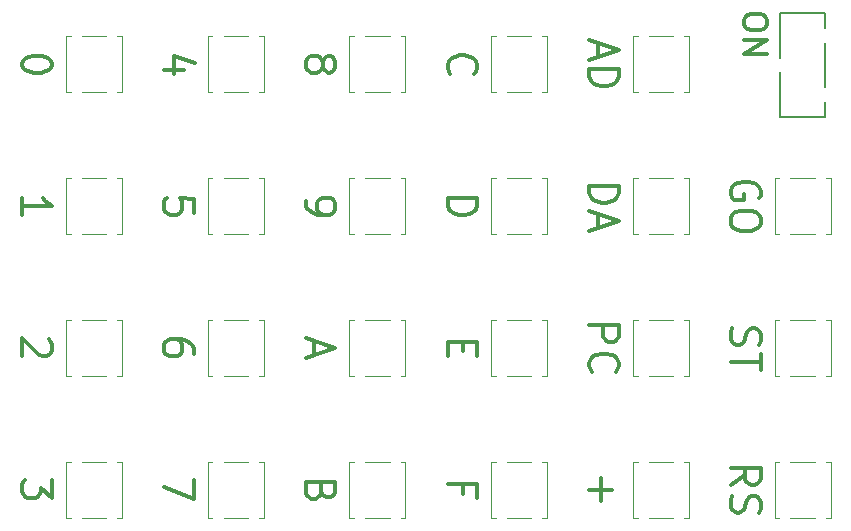
<source format=gto>
%TF.GenerationSoftware,KiCad,Pcbnew,7.0.2*%
%TF.CreationDate,2023-06-05T19:47:35+02:00*%
%TF.ProjectId,kim-1-keypad,6b696d2d-312d-46b6-9579-7061642e6b69,rev?*%
%TF.SameCoordinates,Original*%
%TF.FileFunction,Legend,Top*%
%TF.FilePolarity,Positive*%
%FSLAX46Y46*%
G04 Gerber Fmt 4.6, Leading zero omitted, Abs format (unit mm)*
G04 Created by KiCad (PCBNEW 7.0.2) date 2023-06-05 19:47:35*
%MOMM*%
%LPD*%
G01*
G04 APERTURE LIST*
G04 Aperture macros list*
%AMRoundRect*
0 Rectangle with rounded corners*
0 $1 Rounding radius*
0 $2 $3 $4 $5 $6 $7 $8 $9 X,Y pos of 4 corners*
0 Add a 4 corners polygon primitive as box body*
4,1,4,$2,$3,$4,$5,$6,$7,$8,$9,$2,$3,0*
0 Add four circle primitives for the rounded corners*
1,1,$1+$1,$2,$3*
1,1,$1+$1,$4,$5*
1,1,$1+$1,$6,$7*
1,1,$1+$1,$8,$9*
0 Add four rect primitives between the rounded corners*
20,1,$1+$1,$2,$3,$4,$5,0*
20,1,$1+$1,$4,$5,$6,$7,0*
20,1,$1+$1,$6,$7,$8,$9,0*
20,1,$1+$1,$8,$9,$2,$3,0*%
G04 Aperture macros list end*
%ADD10C,0.350000*%
%ADD11C,0.120000*%
%ADD12C,0.127000*%
%ADD13C,1.500000*%
%ADD14C,1.500000*%
%ADD15C,2.500000*%
%ADD16R,1.400000X1.600000*%
%ADD17C,2.000000*%
%ADD18C,1.250000*%
%ADD19C,1.000000*%
%ADD20RoundRect,0.765000X-0.735000X-0.085000X0.735000X-0.085000X0.735000X0.085000X-0.735000X0.085000X0*%
%ADD21R,2.500000X1.000000*%
G04 APERTURE END LIST*
D10*
%TO.C,SW11*%
X119857738Y-103194762D02*
X119857738Y-104385238D01*
X119143452Y-102956667D02*
X121643452Y-103790000D01*
X121643452Y-103790000D02*
X119143452Y-104623333D01*
%TO.C,SW1*%
X97643452Y-79670952D02*
X97643452Y-79909047D01*
X97643452Y-79909047D02*
X97524404Y-80147143D01*
X97524404Y-80147143D02*
X97405357Y-80266190D01*
X97405357Y-80266190D02*
X97167261Y-80385238D01*
X97167261Y-80385238D02*
X96691071Y-80504285D01*
X96691071Y-80504285D02*
X96095833Y-80504285D01*
X96095833Y-80504285D02*
X95619642Y-80385238D01*
X95619642Y-80385238D02*
X95381547Y-80266190D01*
X95381547Y-80266190D02*
X95262500Y-80147143D01*
X95262500Y-80147143D02*
X95143452Y-79909047D01*
X95143452Y-79909047D02*
X95143452Y-79670952D01*
X95143452Y-79670952D02*
X95262500Y-79432857D01*
X95262500Y-79432857D02*
X95381547Y-79313809D01*
X95381547Y-79313809D02*
X95619642Y-79194762D01*
X95619642Y-79194762D02*
X96095833Y-79075714D01*
X96095833Y-79075714D02*
X96691071Y-79075714D01*
X96691071Y-79075714D02*
X97167261Y-79194762D01*
X97167261Y-79194762D02*
X97405357Y-79313809D01*
X97405357Y-79313809D02*
X97524404Y-79432857D01*
X97524404Y-79432857D02*
X97643452Y-79670952D01*
%TO.C,SW14*%
X131143452Y-91135238D02*
X133643452Y-91135238D01*
X133643452Y-91135238D02*
X133643452Y-91730476D01*
X133643452Y-91730476D02*
X133524404Y-92087619D01*
X133524404Y-92087619D02*
X133286309Y-92325714D01*
X133286309Y-92325714D02*
X133048214Y-92444761D01*
X133048214Y-92444761D02*
X132572023Y-92563809D01*
X132572023Y-92563809D02*
X132214880Y-92563809D01*
X132214880Y-92563809D02*
X131738690Y-92444761D01*
X131738690Y-92444761D02*
X131500595Y-92325714D01*
X131500595Y-92325714D02*
X131262500Y-92087619D01*
X131262500Y-92087619D02*
X131143452Y-91730476D01*
X131143452Y-91730476D02*
X131143452Y-91135238D01*
%TO.C,SW8*%
X109643452Y-114956666D02*
X109643452Y-116623333D01*
X109643452Y-116623333D02*
X107143452Y-115551904D01*
%TO.C,SW20*%
X157524404Y-91135237D02*
X157643452Y-90897142D01*
X157643452Y-90897142D02*
X157643452Y-90539999D01*
X157643452Y-90539999D02*
X157524404Y-90182856D01*
X157524404Y-90182856D02*
X157286309Y-89944761D01*
X157286309Y-89944761D02*
X157048214Y-89825714D01*
X157048214Y-89825714D02*
X156572023Y-89706666D01*
X156572023Y-89706666D02*
X156214880Y-89706666D01*
X156214880Y-89706666D02*
X155738690Y-89825714D01*
X155738690Y-89825714D02*
X155500595Y-89944761D01*
X155500595Y-89944761D02*
X155262500Y-90182856D01*
X155262500Y-90182856D02*
X155143452Y-90539999D01*
X155143452Y-90539999D02*
X155143452Y-90778095D01*
X155143452Y-90778095D02*
X155262500Y-91135237D01*
X155262500Y-91135237D02*
X155381547Y-91254285D01*
X155381547Y-91254285D02*
X156214880Y-91254285D01*
X156214880Y-91254285D02*
X156214880Y-90778095D01*
X157643452Y-92801904D02*
X157643452Y-93278095D01*
X157643452Y-93278095D02*
X157524404Y-93516190D01*
X157524404Y-93516190D02*
X157286309Y-93754285D01*
X157286309Y-93754285D02*
X156810119Y-93873333D01*
X156810119Y-93873333D02*
X155976785Y-93873333D01*
X155976785Y-93873333D02*
X155500595Y-93754285D01*
X155500595Y-93754285D02*
X155262500Y-93516190D01*
X155262500Y-93516190D02*
X155143452Y-93278095D01*
X155143452Y-93278095D02*
X155143452Y-92801904D01*
X155143452Y-92801904D02*
X155262500Y-92563809D01*
X155262500Y-92563809D02*
X155500595Y-92325714D01*
X155500595Y-92325714D02*
X155976785Y-92206666D01*
X155976785Y-92206666D02*
X156810119Y-92206666D01*
X156810119Y-92206666D02*
X157286309Y-92325714D01*
X157286309Y-92325714D02*
X157524404Y-92563809D01*
X157524404Y-92563809D02*
X157643452Y-92801904D01*
%TO.C,SW19*%
X144095833Y-114837619D02*
X144095833Y-116742381D01*
X143143452Y-115790000D02*
X145048214Y-115790000D01*
%TO.C,SW18*%
X143143452Y-90063810D02*
X145643452Y-90063810D01*
X145643452Y-90063810D02*
X145643452Y-90659048D01*
X145643452Y-90659048D02*
X145524404Y-91016191D01*
X145524404Y-91016191D02*
X145286309Y-91254286D01*
X145286309Y-91254286D02*
X145048214Y-91373333D01*
X145048214Y-91373333D02*
X144572023Y-91492381D01*
X144572023Y-91492381D02*
X144214880Y-91492381D01*
X144214880Y-91492381D02*
X143738690Y-91373333D01*
X143738690Y-91373333D02*
X143500595Y-91254286D01*
X143500595Y-91254286D02*
X143262500Y-91016191D01*
X143262500Y-91016191D02*
X143143452Y-90659048D01*
X143143452Y-90659048D02*
X143143452Y-90063810D01*
X143857738Y-92444762D02*
X143857738Y-93635238D01*
X143143452Y-92206667D02*
X145643452Y-93040000D01*
X145643452Y-93040000D02*
X143143452Y-93873333D01*
%TO.C,SW16*%
X132452976Y-116147143D02*
X132452976Y-115313810D01*
X131143452Y-115313810D02*
X133643452Y-115313810D01*
X133643452Y-115313810D02*
X133643452Y-116504286D01*
%TO.C,SW4*%
X97643452Y-114956666D02*
X97643452Y-116504285D01*
X97643452Y-116504285D02*
X96691071Y-115670952D01*
X96691071Y-115670952D02*
X96691071Y-116028095D01*
X96691071Y-116028095D02*
X96572023Y-116266190D01*
X96572023Y-116266190D02*
X96452976Y-116385238D01*
X96452976Y-116385238D02*
X96214880Y-116504285D01*
X96214880Y-116504285D02*
X95619642Y-116504285D01*
X95619642Y-116504285D02*
X95381547Y-116385238D01*
X95381547Y-116385238D02*
X95262500Y-116266190D01*
X95262500Y-116266190D02*
X95143452Y-116028095D01*
X95143452Y-116028095D02*
X95143452Y-115313809D01*
X95143452Y-115313809D02*
X95262500Y-115075714D01*
X95262500Y-115075714D02*
X95381547Y-114956666D01*
%TO.C,SW21*%
X143143452Y-101885238D02*
X145643452Y-101885238D01*
X145643452Y-101885238D02*
X145643452Y-102837619D01*
X145643452Y-102837619D02*
X145524404Y-103075714D01*
X145524404Y-103075714D02*
X145405357Y-103194761D01*
X145405357Y-103194761D02*
X145167261Y-103313809D01*
X145167261Y-103313809D02*
X144810119Y-103313809D01*
X144810119Y-103313809D02*
X144572023Y-103194761D01*
X144572023Y-103194761D02*
X144452976Y-103075714D01*
X144452976Y-103075714D02*
X144333928Y-102837619D01*
X144333928Y-102837619D02*
X144333928Y-101885238D01*
X143381547Y-105813809D02*
X143262500Y-105694761D01*
X143262500Y-105694761D02*
X143143452Y-105337619D01*
X143143452Y-105337619D02*
X143143452Y-105099523D01*
X143143452Y-105099523D02*
X143262500Y-104742380D01*
X143262500Y-104742380D02*
X143500595Y-104504285D01*
X143500595Y-104504285D02*
X143738690Y-104385238D01*
X143738690Y-104385238D02*
X144214880Y-104266190D01*
X144214880Y-104266190D02*
X144572023Y-104266190D01*
X144572023Y-104266190D02*
X145048214Y-104385238D01*
X145048214Y-104385238D02*
X145286309Y-104504285D01*
X145286309Y-104504285D02*
X145524404Y-104742380D01*
X145524404Y-104742380D02*
X145643452Y-105099523D01*
X145643452Y-105099523D02*
X145643452Y-105337619D01*
X145643452Y-105337619D02*
X145524404Y-105694761D01*
X145524404Y-105694761D02*
X145405357Y-105813809D01*
%TO.C,SW10*%
X119143452Y-91313809D02*
X119143452Y-91790000D01*
X119143452Y-91790000D02*
X119262500Y-92028095D01*
X119262500Y-92028095D02*
X119381547Y-92147143D01*
X119381547Y-92147143D02*
X119738690Y-92385238D01*
X119738690Y-92385238D02*
X120214880Y-92504285D01*
X120214880Y-92504285D02*
X121167261Y-92504285D01*
X121167261Y-92504285D02*
X121405357Y-92385238D01*
X121405357Y-92385238D02*
X121524404Y-92266190D01*
X121524404Y-92266190D02*
X121643452Y-92028095D01*
X121643452Y-92028095D02*
X121643452Y-91551904D01*
X121643452Y-91551904D02*
X121524404Y-91313809D01*
X121524404Y-91313809D02*
X121405357Y-91194762D01*
X121405357Y-91194762D02*
X121167261Y-91075714D01*
X121167261Y-91075714D02*
X120572023Y-91075714D01*
X120572023Y-91075714D02*
X120333928Y-91194762D01*
X120333928Y-91194762D02*
X120214880Y-91313809D01*
X120214880Y-91313809D02*
X120095833Y-91551904D01*
X120095833Y-91551904D02*
X120095833Y-92028095D01*
X120095833Y-92028095D02*
X120214880Y-92266190D01*
X120214880Y-92266190D02*
X120333928Y-92385238D01*
X120333928Y-92385238D02*
X120572023Y-92504285D01*
%TO.C,SW22*%
X155262500Y-102123333D02*
X155143452Y-102480476D01*
X155143452Y-102480476D02*
X155143452Y-103075714D01*
X155143452Y-103075714D02*
X155262500Y-103313809D01*
X155262500Y-103313809D02*
X155381547Y-103432857D01*
X155381547Y-103432857D02*
X155619642Y-103551904D01*
X155619642Y-103551904D02*
X155857738Y-103551904D01*
X155857738Y-103551904D02*
X156095833Y-103432857D01*
X156095833Y-103432857D02*
X156214880Y-103313809D01*
X156214880Y-103313809D02*
X156333928Y-103075714D01*
X156333928Y-103075714D02*
X156452976Y-102599523D01*
X156452976Y-102599523D02*
X156572023Y-102361428D01*
X156572023Y-102361428D02*
X156691071Y-102242381D01*
X156691071Y-102242381D02*
X156929166Y-102123333D01*
X156929166Y-102123333D02*
X157167261Y-102123333D01*
X157167261Y-102123333D02*
X157405357Y-102242381D01*
X157405357Y-102242381D02*
X157524404Y-102361428D01*
X157524404Y-102361428D02*
X157643452Y-102599523D01*
X157643452Y-102599523D02*
X157643452Y-103194762D01*
X157643452Y-103194762D02*
X157524404Y-103551904D01*
X157643452Y-104266190D02*
X157643452Y-105694761D01*
X155143452Y-104980475D02*
X157643452Y-104980475D01*
%TO.C,SW17*%
X143857738Y-77944762D02*
X143857738Y-79135238D01*
X143143452Y-77706667D02*
X145643452Y-78540000D01*
X145643452Y-78540000D02*
X143143452Y-79373333D01*
X143143452Y-80206667D02*
X145643452Y-80206667D01*
X145643452Y-80206667D02*
X145643452Y-80801905D01*
X145643452Y-80801905D02*
X145524404Y-81159048D01*
X145524404Y-81159048D02*
X145286309Y-81397143D01*
X145286309Y-81397143D02*
X145048214Y-81516190D01*
X145048214Y-81516190D02*
X144572023Y-81635238D01*
X144572023Y-81635238D02*
X144214880Y-81635238D01*
X144214880Y-81635238D02*
X143738690Y-81516190D01*
X143738690Y-81516190D02*
X143500595Y-81397143D01*
X143500595Y-81397143D02*
X143262500Y-81159048D01*
X143262500Y-81159048D02*
X143143452Y-80801905D01*
X143143452Y-80801905D02*
X143143452Y-80206667D01*
%TO.C,SW23*%
X155143452Y-115373333D02*
X156333928Y-114540000D01*
X155143452Y-113944762D02*
X157643452Y-113944762D01*
X157643452Y-113944762D02*
X157643452Y-114897143D01*
X157643452Y-114897143D02*
X157524404Y-115135238D01*
X157524404Y-115135238D02*
X157405357Y-115254285D01*
X157405357Y-115254285D02*
X157167261Y-115373333D01*
X157167261Y-115373333D02*
X156810119Y-115373333D01*
X156810119Y-115373333D02*
X156572023Y-115254285D01*
X156572023Y-115254285D02*
X156452976Y-115135238D01*
X156452976Y-115135238D02*
X156333928Y-114897143D01*
X156333928Y-114897143D02*
X156333928Y-113944762D01*
X155262500Y-116325714D02*
X155143452Y-116682857D01*
X155143452Y-116682857D02*
X155143452Y-117278095D01*
X155143452Y-117278095D02*
X155262500Y-117516190D01*
X155262500Y-117516190D02*
X155381547Y-117635238D01*
X155381547Y-117635238D02*
X155619642Y-117754285D01*
X155619642Y-117754285D02*
X155857738Y-117754285D01*
X155857738Y-117754285D02*
X156095833Y-117635238D01*
X156095833Y-117635238D02*
X156214880Y-117516190D01*
X156214880Y-117516190D02*
X156333928Y-117278095D01*
X156333928Y-117278095D02*
X156452976Y-116801904D01*
X156452976Y-116801904D02*
X156572023Y-116563809D01*
X156572023Y-116563809D02*
X156691071Y-116444762D01*
X156691071Y-116444762D02*
X156929166Y-116325714D01*
X156929166Y-116325714D02*
X157167261Y-116325714D01*
X157167261Y-116325714D02*
X157405357Y-116444762D01*
X157405357Y-116444762D02*
X157524404Y-116563809D01*
X157524404Y-116563809D02*
X157643452Y-116801904D01*
X157643452Y-116801904D02*
X157643452Y-117397143D01*
X157643452Y-117397143D02*
X157524404Y-117754285D01*
%TO.C,SW7*%
X109643452Y-104266190D02*
X109643452Y-103790000D01*
X109643452Y-103790000D02*
X109524404Y-103551904D01*
X109524404Y-103551904D02*
X109405357Y-103432857D01*
X109405357Y-103432857D02*
X109048214Y-103194762D01*
X109048214Y-103194762D02*
X108572023Y-103075714D01*
X108572023Y-103075714D02*
X107619642Y-103075714D01*
X107619642Y-103075714D02*
X107381547Y-103194762D01*
X107381547Y-103194762D02*
X107262500Y-103313809D01*
X107262500Y-103313809D02*
X107143452Y-103551904D01*
X107143452Y-103551904D02*
X107143452Y-104028095D01*
X107143452Y-104028095D02*
X107262500Y-104266190D01*
X107262500Y-104266190D02*
X107381547Y-104385238D01*
X107381547Y-104385238D02*
X107619642Y-104504285D01*
X107619642Y-104504285D02*
X108214880Y-104504285D01*
X108214880Y-104504285D02*
X108452976Y-104385238D01*
X108452976Y-104385238D02*
X108572023Y-104266190D01*
X108572023Y-104266190D02*
X108691071Y-104028095D01*
X108691071Y-104028095D02*
X108691071Y-103551904D01*
X108691071Y-103551904D02*
X108572023Y-103313809D01*
X108572023Y-103313809D02*
X108452976Y-103194762D01*
X108452976Y-103194762D02*
X108214880Y-103075714D01*
%TO.C,SW3*%
X97405357Y-103075714D02*
X97524404Y-103194762D01*
X97524404Y-103194762D02*
X97643452Y-103432857D01*
X97643452Y-103432857D02*
X97643452Y-104028095D01*
X97643452Y-104028095D02*
X97524404Y-104266190D01*
X97524404Y-104266190D02*
X97405357Y-104385238D01*
X97405357Y-104385238D02*
X97167261Y-104504285D01*
X97167261Y-104504285D02*
X96929166Y-104504285D01*
X96929166Y-104504285D02*
X96572023Y-104385238D01*
X96572023Y-104385238D02*
X95143452Y-102956666D01*
X95143452Y-102956666D02*
X95143452Y-104504285D01*
%TO.C,SW6*%
X109643452Y-92385238D02*
X109643452Y-91194762D01*
X109643452Y-91194762D02*
X108452976Y-91075714D01*
X108452976Y-91075714D02*
X108572023Y-91194762D01*
X108572023Y-91194762D02*
X108691071Y-91432857D01*
X108691071Y-91432857D02*
X108691071Y-92028095D01*
X108691071Y-92028095D02*
X108572023Y-92266190D01*
X108572023Y-92266190D02*
X108452976Y-92385238D01*
X108452976Y-92385238D02*
X108214880Y-92504285D01*
X108214880Y-92504285D02*
X107619642Y-92504285D01*
X107619642Y-92504285D02*
X107381547Y-92385238D01*
X107381547Y-92385238D02*
X107262500Y-92266190D01*
X107262500Y-92266190D02*
X107143452Y-92028095D01*
X107143452Y-92028095D02*
X107143452Y-91432857D01*
X107143452Y-91432857D02*
X107262500Y-91194762D01*
X107262500Y-91194762D02*
X107381547Y-91075714D01*
%TO.C,SW13*%
X131381547Y-80563809D02*
X131262500Y-80444761D01*
X131262500Y-80444761D02*
X131143452Y-80087619D01*
X131143452Y-80087619D02*
X131143452Y-79849523D01*
X131143452Y-79849523D02*
X131262500Y-79492380D01*
X131262500Y-79492380D02*
X131500595Y-79254285D01*
X131500595Y-79254285D02*
X131738690Y-79135238D01*
X131738690Y-79135238D02*
X132214880Y-79016190D01*
X132214880Y-79016190D02*
X132572023Y-79016190D01*
X132572023Y-79016190D02*
X133048214Y-79135238D01*
X133048214Y-79135238D02*
X133286309Y-79254285D01*
X133286309Y-79254285D02*
X133524404Y-79492380D01*
X133524404Y-79492380D02*
X133643452Y-79849523D01*
X133643452Y-79849523D02*
X133643452Y-80087619D01*
X133643452Y-80087619D02*
X133524404Y-80444761D01*
X133524404Y-80444761D02*
X133405357Y-80563809D01*
%TO.C,SW15*%
X132452976Y-103254286D02*
X132452976Y-104087619D01*
X131143452Y-104444762D02*
X131143452Y-103254286D01*
X131143452Y-103254286D02*
X133643452Y-103254286D01*
X133643452Y-103254286D02*
X133643452Y-104444762D01*
%TO.C,SW2*%
X95143452Y-92504285D02*
X95143452Y-91075714D01*
X95143452Y-91790000D02*
X97643452Y-91790000D01*
X97643452Y-91790000D02*
X97286309Y-91551904D01*
X97286309Y-91551904D02*
X97048214Y-91313809D01*
X97048214Y-91313809D02*
X96929166Y-91075714D01*
%TO.C,SW5*%
X108810119Y-80266190D02*
X107143452Y-80266190D01*
X109762500Y-79670952D02*
X107976785Y-79075714D01*
X107976785Y-79075714D02*
X107976785Y-80623333D01*
%TO.C,SW12*%
X120452976Y-115968571D02*
X120333928Y-116325714D01*
X120333928Y-116325714D02*
X120214880Y-116444761D01*
X120214880Y-116444761D02*
X119976785Y-116563809D01*
X119976785Y-116563809D02*
X119619642Y-116563809D01*
X119619642Y-116563809D02*
X119381547Y-116444761D01*
X119381547Y-116444761D02*
X119262500Y-116325714D01*
X119262500Y-116325714D02*
X119143452Y-116087619D01*
X119143452Y-116087619D02*
X119143452Y-115135238D01*
X119143452Y-115135238D02*
X121643452Y-115135238D01*
X121643452Y-115135238D02*
X121643452Y-115968571D01*
X121643452Y-115968571D02*
X121524404Y-116206666D01*
X121524404Y-116206666D02*
X121405357Y-116325714D01*
X121405357Y-116325714D02*
X121167261Y-116444761D01*
X121167261Y-116444761D02*
X120929166Y-116444761D01*
X120929166Y-116444761D02*
X120691071Y-116325714D01*
X120691071Y-116325714D02*
X120572023Y-116206666D01*
X120572023Y-116206666D02*
X120452976Y-115968571D01*
X120452976Y-115968571D02*
X120452976Y-115135238D01*
%TO.C,SW9*%
X120572023Y-79551904D02*
X120691071Y-79313809D01*
X120691071Y-79313809D02*
X120810119Y-79194762D01*
X120810119Y-79194762D02*
X121048214Y-79075714D01*
X121048214Y-79075714D02*
X121167261Y-79075714D01*
X121167261Y-79075714D02*
X121405357Y-79194762D01*
X121405357Y-79194762D02*
X121524404Y-79313809D01*
X121524404Y-79313809D02*
X121643452Y-79551904D01*
X121643452Y-79551904D02*
X121643452Y-80028095D01*
X121643452Y-80028095D02*
X121524404Y-80266190D01*
X121524404Y-80266190D02*
X121405357Y-80385238D01*
X121405357Y-80385238D02*
X121167261Y-80504285D01*
X121167261Y-80504285D02*
X121048214Y-80504285D01*
X121048214Y-80504285D02*
X120810119Y-80385238D01*
X120810119Y-80385238D02*
X120691071Y-80266190D01*
X120691071Y-80266190D02*
X120572023Y-80028095D01*
X120572023Y-80028095D02*
X120572023Y-79551904D01*
X120572023Y-79551904D02*
X120452976Y-79313809D01*
X120452976Y-79313809D02*
X120333928Y-79194762D01*
X120333928Y-79194762D02*
X120095833Y-79075714D01*
X120095833Y-79075714D02*
X119619642Y-79075714D01*
X119619642Y-79075714D02*
X119381547Y-79194762D01*
X119381547Y-79194762D02*
X119262500Y-79313809D01*
X119262500Y-79313809D02*
X119143452Y-79551904D01*
X119143452Y-79551904D02*
X119143452Y-80028095D01*
X119143452Y-80028095D02*
X119262500Y-80266190D01*
X119262500Y-80266190D02*
X119381547Y-80385238D01*
X119381547Y-80385238D02*
X119619642Y-80504285D01*
X119619642Y-80504285D02*
X120095833Y-80504285D01*
X120095833Y-80504285D02*
X120333928Y-80385238D01*
X120333928Y-80385238D02*
X120452976Y-80266190D01*
X120452976Y-80266190D02*
X120572023Y-80028095D01*
%TO.C,SW24*%
X158224761Y-76011904D02*
X158224761Y-76392857D01*
X158224761Y-76392857D02*
X158129523Y-76583333D01*
X158129523Y-76583333D02*
X157939047Y-76773809D01*
X157939047Y-76773809D02*
X157558095Y-76869047D01*
X157558095Y-76869047D02*
X156891428Y-76869047D01*
X156891428Y-76869047D02*
X156510476Y-76773809D01*
X156510476Y-76773809D02*
X156320000Y-76583333D01*
X156320000Y-76583333D02*
X156224761Y-76392857D01*
X156224761Y-76392857D02*
X156224761Y-76011904D01*
X156224761Y-76011904D02*
X156320000Y-75821428D01*
X156320000Y-75821428D02*
X156510476Y-75630952D01*
X156510476Y-75630952D02*
X156891428Y-75535714D01*
X156891428Y-75535714D02*
X157558095Y-75535714D01*
X157558095Y-75535714D02*
X157939047Y-75630952D01*
X157939047Y-75630952D02*
X158129523Y-75821428D01*
X158129523Y-75821428D02*
X158224761Y-76011904D01*
X156224761Y-77726190D02*
X158224761Y-77726190D01*
X158224761Y-77726190D02*
X156224761Y-78869047D01*
X156224761Y-78869047D02*
X158224761Y-78869047D01*
D11*
%TO.C,SW11*%
X127580000Y-101420000D02*
X127180000Y-101420000D01*
X127580000Y-101420000D02*
X127580000Y-106160000D01*
X124180000Y-101420000D02*
X126240000Y-101420000D01*
X122840000Y-101420000D02*
X123240000Y-101420000D01*
X122840000Y-101420000D02*
X122840000Y-106160000D01*
X127580000Y-106160000D02*
X127180000Y-106160000D01*
X124180000Y-106160000D02*
X126240000Y-106160000D01*
X122840000Y-106160000D02*
X123240000Y-106160000D01*
%TO.C,SW1*%
X103580000Y-77420000D02*
X103180000Y-77420000D01*
X103580000Y-77420000D02*
X103580000Y-82160000D01*
X100180000Y-77420000D02*
X102240000Y-77420000D01*
X98840000Y-77420000D02*
X99240000Y-77420000D01*
X98840000Y-77420000D02*
X98840000Y-82160000D01*
X103580000Y-82160000D02*
X103180000Y-82160000D01*
X100180000Y-82160000D02*
X102240000Y-82160000D01*
X98840000Y-82160000D02*
X99240000Y-82160000D01*
%TO.C,SW14*%
X139580000Y-89420000D02*
X139180000Y-89420000D01*
X139580000Y-89420000D02*
X139580000Y-94160000D01*
X136180000Y-89420000D02*
X138240000Y-89420000D01*
X134840000Y-89420000D02*
X135240000Y-89420000D01*
X134840000Y-89420000D02*
X134840000Y-94160000D01*
X139580000Y-94160000D02*
X139180000Y-94160000D01*
X136180000Y-94160000D02*
X138240000Y-94160000D01*
X134840000Y-94160000D02*
X135240000Y-94160000D01*
%TO.C,SW8*%
X115580000Y-113420000D02*
X115180000Y-113420000D01*
X115580000Y-113420000D02*
X115580000Y-118160000D01*
X112180000Y-113420000D02*
X114240000Y-113420000D01*
X110840000Y-113420000D02*
X111240000Y-113420000D01*
X110840000Y-113420000D02*
X110840000Y-118160000D01*
X115580000Y-118160000D02*
X115180000Y-118160000D01*
X112180000Y-118160000D02*
X114240000Y-118160000D01*
X110840000Y-118160000D02*
X111240000Y-118160000D01*
%TO.C,SW20*%
X163580000Y-89420000D02*
X163180000Y-89420000D01*
X163580000Y-89420000D02*
X163580000Y-94160000D01*
X160180000Y-89420000D02*
X162240000Y-89420000D01*
X158840000Y-89420000D02*
X159240000Y-89420000D01*
X158840000Y-89420000D02*
X158840000Y-94160000D01*
X163580000Y-94160000D02*
X163180000Y-94160000D01*
X160180000Y-94160000D02*
X162240000Y-94160000D01*
X158840000Y-94160000D02*
X159240000Y-94160000D01*
%TO.C,SW19*%
X151580000Y-113420000D02*
X151180000Y-113420000D01*
X151580000Y-113420000D02*
X151580000Y-118160000D01*
X148180000Y-113420000D02*
X150240000Y-113420000D01*
X146840000Y-113420000D02*
X147240000Y-113420000D01*
X146840000Y-113420000D02*
X146840000Y-118160000D01*
X151580000Y-118160000D02*
X151180000Y-118160000D01*
X148180000Y-118160000D02*
X150240000Y-118160000D01*
X146840000Y-118160000D02*
X147240000Y-118160000D01*
%TO.C,SW18*%
X151580000Y-89420000D02*
X151180000Y-89420000D01*
X151580000Y-89420000D02*
X151580000Y-94160000D01*
X148180000Y-89420000D02*
X150240000Y-89420000D01*
X146840000Y-89420000D02*
X147240000Y-89420000D01*
X146840000Y-89420000D02*
X146840000Y-94160000D01*
X151580000Y-94160000D02*
X151180000Y-94160000D01*
X148180000Y-94160000D02*
X150240000Y-94160000D01*
X146840000Y-94160000D02*
X147240000Y-94160000D01*
%TO.C,SW16*%
X139580000Y-113420000D02*
X139180000Y-113420000D01*
X139580000Y-113420000D02*
X139580000Y-118160000D01*
X136180000Y-113420000D02*
X138240000Y-113420000D01*
X134840000Y-113420000D02*
X135240000Y-113420000D01*
X134840000Y-113420000D02*
X134840000Y-118160000D01*
X139580000Y-118160000D02*
X139180000Y-118160000D01*
X136180000Y-118160000D02*
X138240000Y-118160000D01*
X134840000Y-118160000D02*
X135240000Y-118160000D01*
%TO.C,SW4*%
X103580000Y-113420000D02*
X103180000Y-113420000D01*
X103580000Y-113420000D02*
X103580000Y-118160000D01*
X100180000Y-113420000D02*
X102240000Y-113420000D01*
X98840000Y-113420000D02*
X99240000Y-113420000D01*
X98840000Y-113420000D02*
X98840000Y-118160000D01*
X103580000Y-118160000D02*
X103180000Y-118160000D01*
X100180000Y-118160000D02*
X102240000Y-118160000D01*
X98840000Y-118160000D02*
X99240000Y-118160000D01*
%TO.C,SW21*%
X151580000Y-101420000D02*
X151180000Y-101420000D01*
X151580000Y-101420000D02*
X151580000Y-106160000D01*
X148180000Y-101420000D02*
X150240000Y-101420000D01*
X146840000Y-101420000D02*
X147240000Y-101420000D01*
X146840000Y-101420000D02*
X146840000Y-106160000D01*
X151580000Y-106160000D02*
X151180000Y-106160000D01*
X148180000Y-106160000D02*
X150240000Y-106160000D01*
X146840000Y-106160000D02*
X147240000Y-106160000D01*
%TO.C,SW10*%
X127580000Y-89420000D02*
X127180000Y-89420000D01*
X127580000Y-89420000D02*
X127580000Y-94160000D01*
X124180000Y-89420000D02*
X126240000Y-89420000D01*
X122840000Y-89420000D02*
X123240000Y-89420000D01*
X122840000Y-89420000D02*
X122840000Y-94160000D01*
X127580000Y-94160000D02*
X127180000Y-94160000D01*
X124180000Y-94160000D02*
X126240000Y-94160000D01*
X122840000Y-94160000D02*
X123240000Y-94160000D01*
%TO.C,SW22*%
X163580000Y-101420000D02*
X163180000Y-101420000D01*
X163580000Y-101420000D02*
X163580000Y-106160000D01*
X160180000Y-101420000D02*
X162240000Y-101420000D01*
X158840000Y-101420000D02*
X159240000Y-101420000D01*
X158840000Y-101420000D02*
X158840000Y-106160000D01*
X163580000Y-106160000D02*
X163180000Y-106160000D01*
X160180000Y-106160000D02*
X162240000Y-106160000D01*
X158840000Y-106160000D02*
X159240000Y-106160000D01*
%TO.C,SW17*%
X151580000Y-77420000D02*
X151180000Y-77420000D01*
X151580000Y-77420000D02*
X151580000Y-82160000D01*
X148180000Y-77420000D02*
X150240000Y-77420000D01*
X146840000Y-77420000D02*
X147240000Y-77420000D01*
X146840000Y-77420000D02*
X146840000Y-82160000D01*
X151580000Y-82160000D02*
X151180000Y-82160000D01*
X148180000Y-82160000D02*
X150240000Y-82160000D01*
X146840000Y-82160000D02*
X147240000Y-82160000D01*
%TO.C,SW23*%
X163580000Y-113420000D02*
X163180000Y-113420000D01*
X163580000Y-113420000D02*
X163580000Y-118160000D01*
X160180000Y-113420000D02*
X162240000Y-113420000D01*
X158840000Y-113420000D02*
X159240000Y-113420000D01*
X158840000Y-113420000D02*
X158840000Y-118160000D01*
X163580000Y-118160000D02*
X163180000Y-118160000D01*
X160180000Y-118160000D02*
X162240000Y-118160000D01*
X158840000Y-118160000D02*
X159240000Y-118160000D01*
%TO.C,SW7*%
X115580000Y-101420000D02*
X115180000Y-101420000D01*
X115580000Y-101420000D02*
X115580000Y-106160000D01*
X112180000Y-101420000D02*
X114240000Y-101420000D01*
X110840000Y-101420000D02*
X111240000Y-101420000D01*
X110840000Y-101420000D02*
X110840000Y-106160000D01*
X115580000Y-106160000D02*
X115180000Y-106160000D01*
X112180000Y-106160000D02*
X114240000Y-106160000D01*
X110840000Y-106160000D02*
X111240000Y-106160000D01*
%TO.C,SW3*%
X103580000Y-101420000D02*
X103180000Y-101420000D01*
X103580000Y-101420000D02*
X103580000Y-106160000D01*
X100180000Y-101420000D02*
X102240000Y-101420000D01*
X98840000Y-101420000D02*
X99240000Y-101420000D01*
X98840000Y-101420000D02*
X98840000Y-106160000D01*
X103580000Y-106160000D02*
X103180000Y-106160000D01*
X100180000Y-106160000D02*
X102240000Y-106160000D01*
X98840000Y-106160000D02*
X99240000Y-106160000D01*
%TO.C,SW6*%
X115580000Y-89420000D02*
X115180000Y-89420000D01*
X115580000Y-89420000D02*
X115580000Y-94160000D01*
X112180000Y-89420000D02*
X114240000Y-89420000D01*
X110840000Y-89420000D02*
X111240000Y-89420000D01*
X110840000Y-89420000D02*
X110840000Y-94160000D01*
X115580000Y-94160000D02*
X115180000Y-94160000D01*
X112180000Y-94160000D02*
X114240000Y-94160000D01*
X110840000Y-94160000D02*
X111240000Y-94160000D01*
%TO.C,SW13*%
X139580000Y-77420000D02*
X139180000Y-77420000D01*
X139580000Y-77420000D02*
X139580000Y-82160000D01*
X136180000Y-77420000D02*
X138240000Y-77420000D01*
X134840000Y-77420000D02*
X135240000Y-77420000D01*
X134840000Y-77420000D02*
X134840000Y-82160000D01*
X139580000Y-82160000D02*
X139180000Y-82160000D01*
X136180000Y-82160000D02*
X138240000Y-82160000D01*
X134840000Y-82160000D02*
X135240000Y-82160000D01*
%TO.C,SW15*%
X139580000Y-101420000D02*
X139180000Y-101420000D01*
X139580000Y-101420000D02*
X139580000Y-106160000D01*
X136180000Y-101420000D02*
X138240000Y-101420000D01*
X134840000Y-101420000D02*
X135240000Y-101420000D01*
X134840000Y-101420000D02*
X134840000Y-106160000D01*
X139580000Y-106160000D02*
X139180000Y-106160000D01*
X136180000Y-106160000D02*
X138240000Y-106160000D01*
X134840000Y-106160000D02*
X135240000Y-106160000D01*
%TO.C,SW2*%
X103580000Y-89420000D02*
X103180000Y-89420000D01*
X103580000Y-89420000D02*
X103580000Y-94160000D01*
X100180000Y-89420000D02*
X102240000Y-89420000D01*
X98840000Y-89420000D02*
X99240000Y-89420000D01*
X98840000Y-89420000D02*
X98840000Y-94160000D01*
X103580000Y-94160000D02*
X103180000Y-94160000D01*
X100180000Y-94160000D02*
X102240000Y-94160000D01*
X98840000Y-94160000D02*
X99240000Y-94160000D01*
%TO.C,SW5*%
X115580000Y-77420000D02*
X115180000Y-77420000D01*
X115580000Y-77420000D02*
X115580000Y-82160000D01*
X112180000Y-77420000D02*
X114240000Y-77420000D01*
X110840000Y-77420000D02*
X111240000Y-77420000D01*
X110840000Y-77420000D02*
X110840000Y-82160000D01*
X115580000Y-82160000D02*
X115180000Y-82160000D01*
X112180000Y-82160000D02*
X114240000Y-82160000D01*
X110840000Y-82160000D02*
X111240000Y-82160000D01*
%TO.C,SW12*%
X127580000Y-113420000D02*
X127180000Y-113420000D01*
X127580000Y-113420000D02*
X127580000Y-118160000D01*
X124180000Y-113420000D02*
X126240000Y-113420000D01*
X122840000Y-113420000D02*
X123240000Y-113420000D01*
X122840000Y-113420000D02*
X122840000Y-118160000D01*
X127580000Y-118160000D02*
X127180000Y-118160000D01*
X124180000Y-118160000D02*
X126240000Y-118160000D01*
X122840000Y-118160000D02*
X123240000Y-118160000D01*
%TO.C,SW9*%
X127580000Y-77420000D02*
X127180000Y-77420000D01*
X127580000Y-77420000D02*
X127580000Y-82160000D01*
X124180000Y-77420000D02*
X126240000Y-77420000D01*
X122840000Y-77420000D02*
X123240000Y-77420000D01*
X122840000Y-77420000D02*
X122840000Y-82160000D01*
X127580000Y-82160000D02*
X127180000Y-82160000D01*
X124180000Y-82160000D02*
X126240000Y-82160000D01*
X122840000Y-82160000D02*
X123240000Y-82160000D01*
D12*
%TO.C,SW24*%
X159320000Y-84210000D02*
X159320000Y-80440000D01*
X163060000Y-84210000D02*
X159320000Y-84210000D01*
X163060000Y-82940000D02*
X163060000Y-84210000D01*
X163060000Y-81740000D02*
X163060000Y-77940000D01*
X159320000Y-79240000D02*
X159320000Y-75470000D01*
X159320000Y-75470000D02*
X163060000Y-75470000D01*
X163060000Y-75470000D02*
X163060000Y-76740000D01*
%TD*%
%LPC*%
G36*
X92120000Y-73050000D02*
G01*
X94610000Y-73050000D01*
X94610000Y-122460000D01*
X92120000Y-122460000D01*
X92120000Y-73050000D01*
G37*
G36*
X167570000Y-73050000D02*
G01*
X182580000Y-73050000D01*
X182580000Y-122390000D01*
X167570000Y-122390000D01*
X167570000Y-73050000D01*
G37*
%TO.C,J1*%
G36*
X176700000Y-80080000D02*
G01*
X179700000Y-80080000D01*
X179700000Y-115640000D01*
X176700000Y-115640000D01*
X176700000Y-80080000D01*
G37*
D13*
X178950000Y-80080000D02*
G75*
G03*
X178950000Y-80080000I-750000J0D01*
G01*
X178950000Y-115640000D02*
G75*
G03*
X178950000Y-115640000I-750000J0D01*
G01*
%TD*%
D14*
%TO.C,H14*%
X173870000Y-117370000D03*
%TD*%
D15*
%TO.C,H6*%
X143200000Y-75360000D03*
%TD*%
D16*
%TO.C,SW11*%
X126710000Y-100190000D03*
X126710000Y-107390000D03*
X123710000Y-100190000D03*
X123710000Y-107390000D03*
%TD*%
D17*
%TO.C,H10*%
X155200000Y-109860000D03*
%TD*%
D16*
%TO.C,SW1*%
X102710000Y-76190000D03*
X102710000Y-83390000D03*
X99710000Y-76190000D03*
X99710000Y-83390000D03*
%TD*%
%TO.C,SW14*%
X138710000Y-88190000D03*
X138710000Y-95390000D03*
X135710000Y-88190000D03*
X135710000Y-95390000D03*
%TD*%
D15*
%TO.C,H8*%
X166200000Y-85860000D03*
%TD*%
D17*
%TO.C,H9*%
X107200000Y-85860000D03*
%TD*%
D16*
%TO.C,SW8*%
X114710000Y-112190000D03*
X114710000Y-119390000D03*
X111710000Y-112190000D03*
X111710000Y-119390000D03*
%TD*%
%TO.C,SW20*%
X162710000Y-88190000D03*
X162710000Y-95390000D03*
X159710000Y-88190000D03*
X159710000Y-95390000D03*
%TD*%
D15*
%TO.C,H7*%
X143200000Y-120360000D03*
%TD*%
D16*
%TO.C,SW19*%
X150710000Y-112190000D03*
X150710000Y-119390000D03*
X147710000Y-112190000D03*
X147710000Y-119390000D03*
%TD*%
D14*
%TO.C,H11*%
X173040000Y-78540000D03*
%TD*%
D16*
%TO.C,SW18*%
X150710000Y-88190000D03*
X150710000Y-95390000D03*
X147710000Y-88190000D03*
X147710000Y-95390000D03*
%TD*%
%TO.C,SW16*%
X138710000Y-112190000D03*
X138710000Y-119390000D03*
X135710000Y-112190000D03*
X135710000Y-119390000D03*
%TD*%
D15*
%TO.C,H9*%
X166200000Y-109860000D03*
%TD*%
D14*
%TO.C,H13*%
X174850000Y-111470000D03*
%TD*%
D16*
%TO.C,SW4*%
X102710000Y-112190000D03*
X102710000Y-119390000D03*
X99710000Y-112190000D03*
X99710000Y-119390000D03*
%TD*%
%TO.C,SW21*%
X150710000Y-100190000D03*
X150710000Y-107390000D03*
X147710000Y-100190000D03*
X147710000Y-107390000D03*
%TD*%
D15*
%TO.C,H5*%
X131200000Y-97860000D03*
%TD*%
%TO.C,H1*%
X96200000Y-85860000D03*
%TD*%
%TO.C,H4*%
X119200000Y-120360000D03*
%TD*%
D16*
%TO.C,SW10*%
X126710000Y-88190000D03*
X126710000Y-95390000D03*
X123710000Y-88190000D03*
X123710000Y-95390000D03*
%TD*%
%TO.C,SW22*%
X162710000Y-100190000D03*
X162710000Y-107390000D03*
X159710000Y-100190000D03*
X159710000Y-107390000D03*
%TD*%
%TO.C,SW17*%
X150710000Y-76190000D03*
X150710000Y-83390000D03*
X147710000Y-76190000D03*
X147710000Y-83390000D03*
%TD*%
%TO.C,SW23*%
X162710000Y-112190000D03*
X162710000Y-119390000D03*
X159710000Y-112190000D03*
X159710000Y-119390000D03*
%TD*%
%TO.C,SW7*%
X114710000Y-100190000D03*
X114710000Y-107390000D03*
X111710000Y-100190000D03*
X111710000Y-107390000D03*
%TD*%
%TO.C,SW3*%
X102710000Y-100190000D03*
X102710000Y-107390000D03*
X99710000Y-100190000D03*
X99710000Y-107390000D03*
%TD*%
%TO.C,SW6*%
X114710000Y-88190000D03*
X114710000Y-95390000D03*
X111710000Y-88190000D03*
X111710000Y-95390000D03*
%TD*%
D18*
%TO.C,H11*%
X177140000Y-75140000D03*
%TD*%
D16*
%TO.C,SW13*%
X138710000Y-76190000D03*
X138710000Y-83390000D03*
X135710000Y-76190000D03*
X135710000Y-83390000D03*
%TD*%
D15*
%TO.C,H3*%
X119200000Y-75360000D03*
%TD*%
D16*
%TO.C,SW15*%
X138710000Y-100190000D03*
X138710000Y-107390000D03*
X135710000Y-100190000D03*
X135710000Y-107390000D03*
%TD*%
D19*
%TO.C,J1*%
X178200000Y-80080000D03*
X178200000Y-82620000D03*
X178200000Y-85160000D03*
X178200000Y-87700000D03*
X178200000Y-90240000D03*
X178200000Y-92780000D03*
X178200000Y-95320000D03*
X178200000Y-97860000D03*
X178200000Y-100400000D03*
X178200000Y-102940000D03*
X178200000Y-105480000D03*
X178200000Y-108020000D03*
X178200000Y-110560000D03*
X178200000Y-113100000D03*
X178200000Y-115640000D03*
D20*
X178200000Y-80080000D03*
X178200000Y-82620000D03*
X178200000Y-85160000D03*
X178200000Y-87700000D03*
X178200000Y-90240000D03*
X178200000Y-92780000D03*
X178200000Y-95320000D03*
X178200000Y-97860000D03*
X178200000Y-100400000D03*
X178200000Y-102940000D03*
X178200000Y-105480000D03*
X178200000Y-108020000D03*
X178200000Y-110560000D03*
X178200000Y-113100000D03*
X178200000Y-115640000D03*
%TD*%
D16*
%TO.C,SW2*%
X102710000Y-88190000D03*
X102710000Y-95390000D03*
X99710000Y-88190000D03*
X99710000Y-95390000D03*
%TD*%
%TO.C,SW5*%
X114710000Y-76190000D03*
X114710000Y-83390000D03*
X111710000Y-76190000D03*
X111710000Y-83390000D03*
%TD*%
%TO.C,SW12*%
X126710000Y-112190000D03*
X126710000Y-119390000D03*
X123710000Y-112190000D03*
X123710000Y-119390000D03*
%TD*%
D14*
%TO.C,H12*%
X173910000Y-95620000D03*
%TD*%
D15*
%TO.C,H2*%
X96200000Y-109860000D03*
%TD*%
D16*
%TO.C,SW9*%
X126710000Y-76190000D03*
X126710000Y-83390000D03*
X123710000Y-76190000D03*
X123710000Y-83390000D03*
%TD*%
D21*
%TO.C,SW24*%
X163940000Y-82340000D03*
X158440000Y-79840000D03*
X163940000Y-77340000D03*
%TD*%
%LPD*%
M02*

</source>
